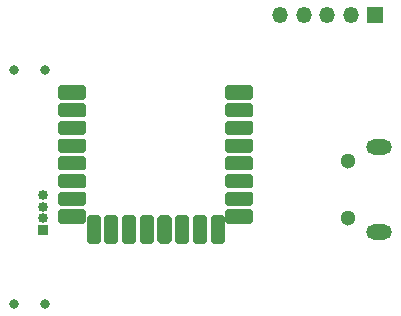
<source format=gbr>
%TF.GenerationSoftware,KiCad,Pcbnew,5.1.9-73d0e3b20d~88~ubuntu20.04.1*%
%TF.CreationDate,2021-02-04T03:58:01+01:00*%
%TF.ProjectId,MorphWatch-STM32,4d6f7270-6857-4617-9463-682d53544d33,rev?*%
%TF.SameCoordinates,Original*%
%TF.FileFunction,Soldermask,Bot*%
%TF.FilePolarity,Negative*%
%FSLAX46Y46*%
G04 Gerber Fmt 4.6, Leading zero omitted, Abs format (unit mm)*
G04 Created by KiCad (PCBNEW 5.1.9-73d0e3b20d~88~ubuntu20.04.1) date 2021-02-04 03:58:01*
%MOMM*%
%LPD*%
G01*
G04 APERTURE LIST*
%ADD10O,0.850000X0.850000*%
%ADD11R,0.850000X0.850000*%
%ADD12O,1.350000X1.350000*%
%ADD13R,1.350000X1.350000*%
%ADD14O,2.200000X1.300000*%
%ADD15C,1.300000*%
%ADD16C,0.800000*%
G04 APERTURE END LIST*
D10*
%TO.C,J3*%
X121539000Y-84249000D03*
X121539000Y-85249000D03*
X121539000Y-86249000D03*
D11*
X121539000Y-87249000D03*
%TD*%
D12*
%TO.C,J5*%
X141606000Y-69024500D03*
X143606000Y-69024500D03*
X145606000Y-69024500D03*
X147606000Y-69024500D03*
D13*
X149606000Y-69024500D03*
%TD*%
D14*
%TO.C,J1*%
X149982000Y-80190000D03*
X149982000Y-87390000D03*
D15*
X147312000Y-86215000D03*
X147312000Y-81365000D03*
%TD*%
%TO.C,U3*%
G36*
G01*
X125214000Y-88187500D02*
X125214000Y-86187500D01*
G75*
G02*
X125414000Y-85987500I200000J0D01*
G01*
X126214000Y-85987500D01*
G75*
G02*
X126414000Y-86187500I0J-200000D01*
G01*
X126414000Y-88187500D01*
G75*
G02*
X126214000Y-88387500I-200000J0D01*
G01*
X125414000Y-88387500D01*
G75*
G02*
X125214000Y-88187500I0J200000D01*
G01*
G37*
G36*
G01*
X126714000Y-88187500D02*
X126714000Y-86187500D01*
G75*
G02*
X126914000Y-85987500I200000J0D01*
G01*
X127714000Y-85987500D01*
G75*
G02*
X127914000Y-86187500I0J-200000D01*
G01*
X127914000Y-88187500D01*
G75*
G02*
X127714000Y-88387500I-200000J0D01*
G01*
X126914000Y-88387500D01*
G75*
G02*
X126714000Y-88187500I0J200000D01*
G01*
G37*
G36*
G01*
X128214000Y-88187500D02*
X128214000Y-86187500D01*
G75*
G02*
X128414000Y-85987500I200000J0D01*
G01*
X129214000Y-85987500D01*
G75*
G02*
X129414000Y-86187500I0J-200000D01*
G01*
X129414000Y-88187500D01*
G75*
G02*
X129214000Y-88387500I-200000J0D01*
G01*
X128414000Y-88387500D01*
G75*
G02*
X128214000Y-88187500I0J200000D01*
G01*
G37*
G36*
G01*
X129714000Y-88187500D02*
X129714000Y-86187500D01*
G75*
G02*
X129914000Y-85987500I200000J0D01*
G01*
X130714000Y-85987500D01*
G75*
G02*
X130914000Y-86187500I0J-200000D01*
G01*
X130914000Y-88187500D01*
G75*
G02*
X130714000Y-88387500I-200000J0D01*
G01*
X129914000Y-88387500D01*
G75*
G02*
X129714000Y-88187500I0J200000D01*
G01*
G37*
G36*
G01*
X131214000Y-88187500D02*
X131214000Y-86187500D01*
G75*
G02*
X131414000Y-85987500I200000J0D01*
G01*
X132214000Y-85987500D01*
G75*
G02*
X132414000Y-86187500I0J-200000D01*
G01*
X132414000Y-88187500D01*
G75*
G02*
X132214000Y-88387500I-200000J0D01*
G01*
X131414000Y-88387500D01*
G75*
G02*
X131214000Y-88187500I0J200000D01*
G01*
G37*
G36*
G01*
X132714000Y-88187500D02*
X132714000Y-86187500D01*
G75*
G02*
X132914000Y-85987500I200000J0D01*
G01*
X133714000Y-85987500D01*
G75*
G02*
X133914000Y-86187500I0J-200000D01*
G01*
X133914000Y-88187500D01*
G75*
G02*
X133714000Y-88387500I-200000J0D01*
G01*
X132914000Y-88387500D01*
G75*
G02*
X132714000Y-88187500I0J200000D01*
G01*
G37*
G36*
G01*
X134214000Y-88187500D02*
X134214000Y-86187500D01*
G75*
G02*
X134414000Y-85987500I200000J0D01*
G01*
X135214000Y-85987500D01*
G75*
G02*
X135414000Y-86187500I0J-200000D01*
G01*
X135414000Y-88187500D01*
G75*
G02*
X135214000Y-88387500I-200000J0D01*
G01*
X134414000Y-88387500D01*
G75*
G02*
X134214000Y-88187500I0J200000D01*
G01*
G37*
G36*
G01*
X136934000Y-86487500D02*
X136934000Y-85687500D01*
G75*
G02*
X137134000Y-85487500I200000J0D01*
G01*
X139134000Y-85487500D01*
G75*
G02*
X139334000Y-85687500I0J-200000D01*
G01*
X139334000Y-86487500D01*
G75*
G02*
X139134000Y-86687500I-200000J0D01*
G01*
X137134000Y-86687500D01*
G75*
G02*
X136934000Y-86487500I0J200000D01*
G01*
G37*
G36*
G01*
X122794000Y-86487500D02*
X122794000Y-85687500D01*
G75*
G02*
X122994000Y-85487500I200000J0D01*
G01*
X124994000Y-85487500D01*
G75*
G02*
X125194000Y-85687500I0J-200000D01*
G01*
X125194000Y-86487500D01*
G75*
G02*
X124994000Y-86687500I-200000J0D01*
G01*
X122994000Y-86687500D01*
G75*
G02*
X122794000Y-86487500I0J200000D01*
G01*
G37*
G36*
G01*
X122794000Y-84987500D02*
X122794000Y-84187500D01*
G75*
G02*
X122994000Y-83987500I200000J0D01*
G01*
X124994000Y-83987500D01*
G75*
G02*
X125194000Y-84187500I0J-200000D01*
G01*
X125194000Y-84987500D01*
G75*
G02*
X124994000Y-85187500I-200000J0D01*
G01*
X122994000Y-85187500D01*
G75*
G02*
X122794000Y-84987500I0J200000D01*
G01*
G37*
G36*
G01*
X136934000Y-84987500D02*
X136934000Y-84187500D01*
G75*
G02*
X137134000Y-83987500I200000J0D01*
G01*
X139134000Y-83987500D01*
G75*
G02*
X139334000Y-84187500I0J-200000D01*
G01*
X139334000Y-84987500D01*
G75*
G02*
X139134000Y-85187500I-200000J0D01*
G01*
X137134000Y-85187500D01*
G75*
G02*
X136934000Y-84987500I0J200000D01*
G01*
G37*
G36*
G01*
X136934000Y-83487500D02*
X136934000Y-82687500D01*
G75*
G02*
X137134000Y-82487500I200000J0D01*
G01*
X139134000Y-82487500D01*
G75*
G02*
X139334000Y-82687500I0J-200000D01*
G01*
X139334000Y-83487500D01*
G75*
G02*
X139134000Y-83687500I-200000J0D01*
G01*
X137134000Y-83687500D01*
G75*
G02*
X136934000Y-83487500I0J200000D01*
G01*
G37*
G36*
G01*
X122794000Y-83487500D02*
X122794000Y-82687500D01*
G75*
G02*
X122994000Y-82487500I200000J0D01*
G01*
X124994000Y-82487500D01*
G75*
G02*
X125194000Y-82687500I0J-200000D01*
G01*
X125194000Y-83487500D01*
G75*
G02*
X124994000Y-83687500I-200000J0D01*
G01*
X122994000Y-83687500D01*
G75*
G02*
X122794000Y-83487500I0J200000D01*
G01*
G37*
G36*
G01*
X122794000Y-81987500D02*
X122794000Y-81187500D01*
G75*
G02*
X122994000Y-80987500I200000J0D01*
G01*
X124994000Y-80987500D01*
G75*
G02*
X125194000Y-81187500I0J-200000D01*
G01*
X125194000Y-81987500D01*
G75*
G02*
X124994000Y-82187500I-200000J0D01*
G01*
X122994000Y-82187500D01*
G75*
G02*
X122794000Y-81987500I0J200000D01*
G01*
G37*
G36*
G01*
X136934000Y-81987500D02*
X136934000Y-81187500D01*
G75*
G02*
X137134000Y-80987500I200000J0D01*
G01*
X139134000Y-80987500D01*
G75*
G02*
X139334000Y-81187500I0J-200000D01*
G01*
X139334000Y-81987500D01*
G75*
G02*
X139134000Y-82187500I-200000J0D01*
G01*
X137134000Y-82187500D01*
G75*
G02*
X136934000Y-81987500I0J200000D01*
G01*
G37*
G36*
G01*
X136934000Y-80487500D02*
X136934000Y-79687500D01*
G75*
G02*
X137134000Y-79487500I200000J0D01*
G01*
X139134000Y-79487500D01*
G75*
G02*
X139334000Y-79687500I0J-200000D01*
G01*
X139334000Y-80487500D01*
G75*
G02*
X139134000Y-80687500I-200000J0D01*
G01*
X137134000Y-80687500D01*
G75*
G02*
X136934000Y-80487500I0J200000D01*
G01*
G37*
G36*
G01*
X122794000Y-80487500D02*
X122794000Y-79687500D01*
G75*
G02*
X122994000Y-79487500I200000J0D01*
G01*
X124994000Y-79487500D01*
G75*
G02*
X125194000Y-79687500I0J-200000D01*
G01*
X125194000Y-80487500D01*
G75*
G02*
X124994000Y-80687500I-200000J0D01*
G01*
X122994000Y-80687500D01*
G75*
G02*
X122794000Y-80487500I0J200000D01*
G01*
G37*
G36*
G01*
X122794000Y-78987500D02*
X122794000Y-78187500D01*
G75*
G02*
X122994000Y-77987500I200000J0D01*
G01*
X124994000Y-77987500D01*
G75*
G02*
X125194000Y-78187500I0J-200000D01*
G01*
X125194000Y-78987500D01*
G75*
G02*
X124994000Y-79187500I-200000J0D01*
G01*
X122994000Y-79187500D01*
G75*
G02*
X122794000Y-78987500I0J200000D01*
G01*
G37*
G36*
G01*
X136934000Y-78987500D02*
X136934000Y-78187500D01*
G75*
G02*
X137134000Y-77987500I200000J0D01*
G01*
X139134000Y-77987500D01*
G75*
G02*
X139334000Y-78187500I0J-200000D01*
G01*
X139334000Y-78987500D01*
G75*
G02*
X139134000Y-79187500I-200000J0D01*
G01*
X137134000Y-79187500D01*
G75*
G02*
X136934000Y-78987500I0J200000D01*
G01*
G37*
G36*
G01*
X136934000Y-77487500D02*
X136934000Y-76687500D01*
G75*
G02*
X137134000Y-76487500I200000J0D01*
G01*
X139134000Y-76487500D01*
G75*
G02*
X139334000Y-76687500I0J-200000D01*
G01*
X139334000Y-77487500D01*
G75*
G02*
X139134000Y-77687500I-200000J0D01*
G01*
X137134000Y-77687500D01*
G75*
G02*
X136934000Y-77487500I0J200000D01*
G01*
G37*
G36*
G01*
X122794000Y-77487500D02*
X122794000Y-76687500D01*
G75*
G02*
X122994000Y-76487500I200000J0D01*
G01*
X124994000Y-76487500D01*
G75*
G02*
X125194000Y-76687500I0J-200000D01*
G01*
X125194000Y-77487500D01*
G75*
G02*
X124994000Y-77687500I-200000J0D01*
G01*
X122994000Y-77687500D01*
G75*
G02*
X122794000Y-77487500I0J200000D01*
G01*
G37*
G36*
G01*
X122794000Y-75987500D02*
X122794000Y-75187500D01*
G75*
G02*
X122994000Y-74987500I200000J0D01*
G01*
X124994000Y-74987500D01*
G75*
G02*
X125194000Y-75187500I0J-200000D01*
G01*
X125194000Y-75987500D01*
G75*
G02*
X124994000Y-76187500I-200000J0D01*
G01*
X122994000Y-76187500D01*
G75*
G02*
X122794000Y-75987500I0J200000D01*
G01*
G37*
G36*
G01*
X135714000Y-88187500D02*
X135714000Y-86187500D01*
G75*
G02*
X135914000Y-85987500I200000J0D01*
G01*
X136714000Y-85987500D01*
G75*
G02*
X136914000Y-86187500I0J-200000D01*
G01*
X136914000Y-88187500D01*
G75*
G02*
X136714000Y-88387500I-200000J0D01*
G01*
X135914000Y-88387500D01*
G75*
G02*
X135714000Y-88187500I0J200000D01*
G01*
G37*
G36*
G01*
X136934000Y-75987500D02*
X136934000Y-75187500D01*
G75*
G02*
X137134000Y-74987500I200000J0D01*
G01*
X139134000Y-74987500D01*
G75*
G02*
X139334000Y-75187500I0J-200000D01*
G01*
X139334000Y-75987500D01*
G75*
G02*
X139134000Y-76187500I-200000J0D01*
G01*
X137134000Y-76187500D01*
G75*
G02*
X136934000Y-75987500I0J200000D01*
G01*
G37*
%TD*%
D16*
%TO.C,S2*%
X121696000Y-73660000D03*
X119096000Y-73660000D03*
%TD*%
%TO.C,S1*%
X121696000Y-93472000D03*
X119096000Y-93472000D03*
%TD*%
M02*

</source>
